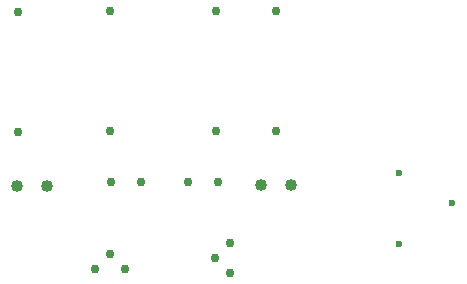
<source format=gbr>
G04 PROTEUS GERBER X2 FILE*
%TF.GenerationSoftware,Labcenter,Proteus,8.8-SP1-Build27031*%
%TF.CreationDate,2019-02-23T23:09:11+00:00*%
%TF.FileFunction,Plated,1,2,PTH*%
%TF.FilePolarity,Positive*%
%TF.Part,Single*%
%TF.SameCoordinates,{4f05214c-f268-41af-9fbd-0331bb8a8b34}*%
%FSLAX45Y45*%
%MOMM*%
G01*
%TA.AperFunction,ComponentDrill*%
%ADD72C,0.762000*%
%TA.AperFunction,ComponentDrill*%
%ADD73C,1.016000*%
%TA.AperFunction,ComponentDrill*%
%ADD30C,0.600000*%
%TD.AperFunction*%
D72*
X-133500Y-120000D03*
X-6500Y+7000D03*
X+120500Y-120000D03*
X+1010000Y-150500D03*
X+883000Y-23500D03*
X+1010000Y+103500D03*
X-790000Y+1037000D03*
X-790000Y+2053000D03*
X+1400000Y+1047000D03*
X+1400000Y+2063000D03*
X+890000Y+1047000D03*
X+890000Y+2063000D03*
X-10000Y+1047000D03*
X-10000Y+2063000D03*
D73*
X-794000Y+580000D03*
X-540000Y+580000D03*
X+1270000Y+590000D03*
X+1524000Y+590000D03*
D72*
X+650000Y+621750D03*
X+904000Y+621750D03*
X+0Y+621750D03*
X+254000Y+621750D03*
D30*
X+2440000Y+690000D03*
X+2440000Y+90000D03*
X+2890000Y+440000D03*
M02*

</source>
